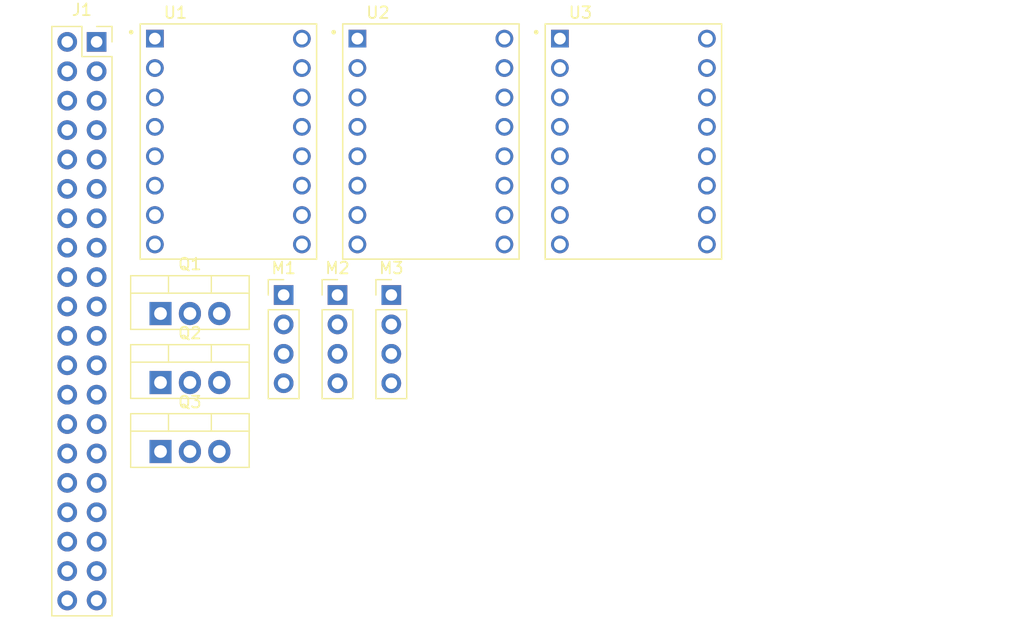
<source format=kicad_pcb>
(kicad_pcb (version 20240108) (generator "pcbnew") (generator_version "8.0")
  (layers (0 "F.Cu" signal) (31 "B.Cu" signal) (34 "B.Paste" user) (35 "F.Paste" user) (36 "B.SilkS" user "B.Silkscreen") (37 "F.SilkS" user "F.Silkscreen") (38 "B.Mask" user) (39 "F.Mask" user) (44 "Edge.Cuts" user))
  (net 0 "")
  (net 1 "ID SD")
  (net 2 "+3.3V")
  (net 3 "GPIO7 SPI CE1")
  (net 4 "GPIO26")
  (net 5 "+5V")
  (net 6 "GND")
  (net 7 "GPIO24")
  (net 8 "GPIO14 UART0 TXD")
  (net 9 "GPIO27")
  (net 10 "GPIO16")
  (net 11 "GPIO6")
  (net 12 "GPIO23")
  (net 13 "GPIO22")
  (net 14 "GPIO20")
  (net 15 "GPIO3 SCL")
  (net 16 "GPIO15 UARTO RXD")
  (net 17 "GPIO17")
  (net 18 "GPIO13")
  (net 19 "GPIO19")
  (net 20 "GPIO18")
  (net 21 "GPIO10 SPI MOSI")
  (net 22 "GPIO12")
  (net 23 "GPIO5")
  (net 24 "ID SC")
  (net 25 "GPIO11 SPI SCLK")
  (net 26 "GPIO2 SDA")
  (net 27 "GPIO8 SPI CE0")
  (net 28 "GPIO4")
  (net 29 "GPIO25")
  (net 30 "GPIO9 SPI MISO")
  (net 31 "GPIO21")
  (net 32 "Net-(M1--)")
  (net 33 "Net-(U1-2B)")
  (net 34 "Net-(U1-1B)")
  (net 35 "Net-(U1-1A)")
  (net 36 "Net-(M2--)")
  (net 37 "Net-(U2-1A)")
  (net 38 "Net-(U2-1B)")
  (net 39 "Net-(U2-2B)")
  (net 40 "Net-(U3-1B)")
  (net 41 "Net-(U3-2B)")
  (net 42 "Net-(M3--)")
  (net 43 "Net-(U3-1A)")
  (net 45 "Net-(Q1-G)")
  (net 46 "Net-(J11-Pin_2)")
  (net 48 "Net-(J12-Pin_2)")
  (net 52 "Net-(J13-Pin_2)")
  (net 55 "+12V")
  (net 64 "Net-(U2-MS1)")
  (footprint "Connector_PinHeader_2.54mm:PinHeader_1x04_P2.54mm_Vertical" (layer "F.Cu") (at 89.085 104.87)
    (property "Reference" "M2" (at 0 -2.33 0) (layer "F.SilkS"))
    (property "Value" "Instant_coffee")
    (fp_line (start -1.33 -1.33) (end 0 -1.33) (stroke (width 0.12)) (layer "F.SilkS"))
    (fp_line (start -1.33 0) (end -1.33 -1.33) (stroke (width 0.12)) (layer "F.SilkS"))
    (fp_line (start -1.33 1.27) (end -1.33 8.95) (stroke (width 0.12)) (layer "F.SilkS"))
    (fp_line (start -1.33 1.27) (end 1.33 1.27) (stroke (width 0.12)) (layer "F.SilkS"))
    (fp_line (start -1.33 8.95) (end 1.33 8.95) (stroke (width 0.12)) (layer "F.SilkS"))
    (fp_line (start 1.33 1.27) (end 1.33 8.95) (stroke (width 0.12)) (layer "F.SilkS"))
    (pad "1" thru_hole rect (at 0 0) (size 1.7 1.7) (drill 1) (layers "*.Cu" "*.Mask") (net 37 "Net-(U2-1A)"))
    (pad "2" thru_hole oval (at 0 2.54) (size 1.7 1.7) (drill 1) (layers "*.Cu" "*.Mask") (net 36 "Net-(M2--)"))
    (pad "3" thru_hole oval (at 0 5.08) (size 1.7 1.7) (drill 1) (layers "*.Cu" "*.Mask") (net 38 "Net-(U2-1B)"))
    (pad "4" thru_hole oval (at 0 7.62) (size 1.7 1.7) (drill 1) (layers "*.Cu" "*.Mask") (net 39 "Net-(U2-2B)"))
  )
  (footprint "A4988_STEPPER_MOTOR_DRIVER_CARRIER:MODULE_A4988_STEPPER_MOTOR_DRIVER_CARRIER" (layer "F.Cu") (at 114.65 91.61)
    (property "Reference" "U3" (at -4.575 -11.135 0) (layer "F.SilkS"))
    (property "Value" "A4988_STEPPER_MOTOR_DRIVER_CARRIER")
    (fp_line (start -7.62 -10.16) (end 7.62 -10.16) (stroke (width 0.127)) (layer "F.SilkS"))
    (fp_line (start -7.62 10.16) (end -7.62 -10.16) (stroke (width 0.127)) (layer "F.SilkS"))
    (fp_line (start 7.62 -10.16) (end 7.62 10.16) (stroke (width 0.127)) (layer "F.SilkS"))
    (fp_line (start 7.62 10.16) (end -7.62 10.16) (stroke (width 0.127)) (layer "F.SilkS"))
    (fp_circle (center -8.4 -9.45) (end -8.3 -9.45) (stroke (width 0.2)) (fill none) (layer "F.SilkS"))
    (pad "1" thru_hole rect (at -6.35 -8.89) (size 1.53 1.53) (drill 1.02) (layers "*.Cu" "*.Mask"))
    (pad "2" thru_hole circle (at -6.35 -6.35) (size 1.53 1.53) (drill 1.02) (layers "*.Cu" "*.Mask"))
    (pad "3" thru_hole circle (at -6.35 -3.81) (size 1.53 1.53) (drill 1.02) (layers "*.Cu" "*.Mask"))
    (pad "4" thru_hole circle (at -6.35 -1.27) (size 1.53 1.53) (drill 1.02) (layers "*.Cu" "*.Mask"))
    (pad "5" thru_hole circle (at -6.35 1.27) (size 1.53 1.53) (drill 1.02) (layers "*.Cu" "*.Mask"))
    (pad "6" thru_hole circle (at -6.35 3.81) (size 1.53 1.53) (drill 1.02) (layers "*.Cu" "*.Mask"))
    (pad "7" thru_hole circle (at -6.35 6.35) (size 1.53 1.53) (drill 1.02) (layers "*.Cu" "*.Mask"))
    (pad "8" thru_hole circle (at -6.35 8.89) (size 1.53 1.53) (drill 1.02) (layers "*.Cu" "*.Mask"))
    (pad "9" thru_hole circle (at 6.35 8.89) (size 1.53 1.53) (drill 1.02) (layers "*.Cu" "*.Mask") (net 6 "GND"))
    (pad "10" thru_hole circle (at 6.35 6.35) (size 1.53 1.53) (drill 1.02) (layers "*.Cu" "*.Mask") (net 55 "+12V"))
    (pad "11" thru_hole circle (at 6.35 3.81) (size 1.53 1.53) (drill 1.02) (layers "*.Cu" "*.Mask") (net 40 "Net-(U3-1B)"))
    (pad "12" thru_hole circle (at 6.35 1.27) (size 1.53 1.53) (drill 1.02) (layers "*.Cu" "*.Mask") (net 43 "Net-(U3-1A)"))
    (pad "13" thru_hole circle (at 6.35 -1.27) (size 1.53 1.53) (drill 1.02) (layers "*.Cu" "*.Mask") (net 42 "Net-(M3--)"))
    (pad "14" thru_hole circle (at 6.35 -3.81) (size 1.53 1.53) (drill 1.02) (layers "*.Cu" "*.Mask") (net 41 "Net-(U3-2B)"))
    (pad "15" thru_hole circle (at 6.35 -6.35) (size 1.53 1.53) (drill 1.02) (layers "*.Cu" "*.Mask") (net 6 "GND"))
    (pad "16" thru_hole circle (at 6.35 -8.89) (size 1.53 1.53) (drill 1.02) (layers "*.Cu" "*.Mask") (net 6 "GND"))
  )
  (footprint "Package_TO_SOT_THT:TO-220-3_Vertical" (layer "F.Cu") (at 73.795 118.39)
    (property "Reference" "Q3" (at 2.54 -4.27 0) (layer "F.SilkS"))
    (property "Value" "IRLZ44N")
    (fp_line (start -2.58 -3.27) (end -2.58 1.371) (stroke (width 0.12)) (layer "F.SilkS"))
    (fp_line (start -2.58 -3.27) (end 7.66 -3.27) (stroke (width 0.12)) (layer "F.SilkS"))
    (fp_line (start -2.58 -1.76) (end 7.66 -1.76) (stroke (width 0.12)) (layer "F.SilkS"))
    (fp_line (start -2.58 1.371) (end 7.66 1.371) (stroke (width 0.12)) (layer "F.SilkS"))
    (fp_line (start 0.69 -3.27) (end 0.69 -1.76) (stroke (width 0.12)) (layer "F.SilkS"))
    (fp_line (start 4.391 -3.27) (end 4.391 -1.76) (stroke (width 0.12)) (layer "F.SilkS"))
    (fp_line (start 7.66 -3.27) (end 7.66 1.371) (stroke (width 0.12)) (layer "F.SilkS"))
    (pad "1" thru_hole rect (at 0 0) (size 1.905 2) (drill 1.1) (layers "*.Cu" "*.Mask"))
    (pad "2" thru_hole oval (at 2.54 0) (size 1.905 2) (drill 1.1) (layers "*.Cu" "*.Mask"))
    (pad "3" thru_hole oval (at 5.08 0) (size 1.905 2) (drill 1.1) (layers "*.Cu" "*.Mask") (net 52 "Net-(J13-Pin_2)"))
  )
  (footprint "Connector_PinHeader_2.54mm:PinHeader_1x04_P2.54mm_Vertical" (layer "F.Cu") (at 93.735 104.87)
    (property "Reference" "M3" (at 0 -2.33 0) (layer "F.SilkS"))
    (property "Value" "Sugar")
    (fp_line (start -1.33 -1.33) (end 0 -1.33) (stroke (width 0.12)) (layer "F.SilkS"))
    (fp_line (start -1.33 0) (end -1.33 -1.33) (stroke (width 0.12)) (layer "F.SilkS"))
    (fp_line (start -1.33 1.27) (end -1.33 8.95) (stroke (width 0.12)) (layer "F.SilkS"))
    (fp_line (start -1.33 1.27) (end 1.33 1.27) (stroke (width 0.12)) (layer "F.SilkS"))
    (fp_line (start -1.33 8.95) (end 1.33 8.95) (stroke (width 0.12)) (layer "F.SilkS"))
    (fp_line (start 1.33 1.27) (end 1.33 8.95) (stroke (width 0.12)) (layer "F.SilkS"))
    (pad "1" thru_hole rect (at 0 0) (size 1.7 1.7) (drill 1) (layers "*.Cu" "*.Mask") (net 43 "Net-(U3-1A)"))
    (pad "2" thru_hole oval (at 0 2.54) (size 1.7 1.7) (drill 1) (layers "*.Cu" "*.Mask") (net 42 "Net-(M3--)"))
    (pad "3" thru_hole oval (at 0 5.08) (size 1.7 1.7) (drill 1) (layers "*.Cu" "*.Mask") (net 40 "Net-(U3-1B)"))
    (pad "4" thru_hole oval (at 0 7.62) (size 1.7 1.7) (drill 1) (layers "*.Cu" "*.Mask") (net 41 "Net-(U3-2B)"))
  )
  (footprint "Connector_PinSocket_2.54mm:PinSocket_2x20_P2.54mm_Vertical" (layer "F.Cu") (at 68.275 83)
    (property "Reference" "J1" (at -1.27 -2.77 0) (layer "F.SilkS"))
    (property "Value" "Raspberry Pi GPIO")
    (fp_line (start -3.87 -1.33) (end -3.87 49.59) (stroke (width 0.12)) (layer "F.SilkS"))
    (fp_line (start -3.87 -1.33) (end -1.27 -1.33) (stroke (width 0.12)) (layer "F.SilkS"))
    (fp_line (start -3.87 49.59) (end 1.33 49.59) (stroke (width 0.12)) (layer "F.SilkS"))
    (fp_line (start -1.27 -1.33) (end -1.27 1.27) (stroke (width 0.12)) (layer "F.SilkS"))
    (fp_line (start -1.27 1.27) (end 1.33 1.27) (stroke (width 0.12)) (layer "F.SilkS"))
    (fp_line (start 0 -1.33) (end 1.33 -1.33) (stroke (width 0.12)) (layer "F.SilkS"))
    (fp_line (start 1.33 -1.33) (end 1.33 0) (stroke (width 0.12)) (layer "F.SilkS"))
    (fp_line (start 1.33 1.27) (end 1.33 49.59) (stroke (width 0.12)) (layer "F.SilkS"))
    (pad "1" thru_hole rect (at 0 0) (size 1.7 1.7) (drill 1) (layers "*.Cu" "*.Mask") (net 2 "+3.3V"))
    (pad "2" thru_hole oval (at -2.54 0) (size 1.7 1.7) (drill 1) (layers "*.Cu" "*.Mask") (net 5 "+5V"))
    (pad "3" thru_hole oval (at 0 2.54) (size 1.7 1.7) (drill 1) (layers "*.Cu" "*.Mask") (net 26 "GPIO2 SDA"))
    (pad "4" thru_hole oval (at -2.54 2.54) (size 1.7 1.7) (drill 1) (layers "*.Cu" "*.Mask") (net 5 "+5V"))
    (pad "5" thru_hole oval (at 0 5.08) (size 1.7 1.7) (drill 1) (layers "*.Cu" "*.Mask") (net 15 "GPIO3 SCL"))
    (pad "6" thru_hole oval (at -2.54 5.08) (size 1.7 1.7) (drill 1) (layers "*.Cu" "*.Mask") (net 6 "GND"))
    (pad "7" thru_hole oval (at 0 7.62) (size 1.7 1.7) (drill 1) (layers "*.Cu" "*.Mask") (net 28 "GPIO4"))
    (pad "8" thru_hole oval (at -2.54 7.62) (size 1.7 1.7) (drill 1) (layers "*.Cu" "*.Mask") (net 8 "GPIO14 UART0 TXD"))
    (pad "9" thru_hole oval (at 0 10.16) (size 1.7 1.7) (drill 1) (layers "*.Cu" "*.Mask") (net 6 "GND"))
    (pad "10" thru_hole oval (at -2.54 10.16) (size 1.7 1.7) (drill 1) (layers "*.Cu" "*.Mask") (net 16 "GPIO15 UARTO RXD"))
    (pad "11" thru_hole oval (at 0 12.7) (size 1.7 1.7) (drill 1) (layers "*.Cu" "*.Mask") (net 17 "GPIO17"))
    (pad "12" thru_hole oval (at -2.54 12.7) (size 1.7 1.7) (drill 1) (layers "*.Cu" "*.Mask") (net 20 "GPIO18"))
    (pad "13" thru_hole oval (at 0 15.24) (size 1.7 1.7) (drill 1) (layers "*.Cu" "*.Mask") (net 9 "GPIO27"))
    (pad "14" thru_hole oval (at -2.54 15.24) (size 1.7 1.7) (drill 1) (layers "*.Cu" "*.Mask") (net 6 "GND"))
    (pad "15" thru_hole oval (at 0 17.78) (size 1.7 1.7) (drill 1) (layers "*.Cu" "*.Mask") (net 13 "GPIO22"))
    (pad "16" thru_hole oval (at -2.54 17.78) (size 1.7 1.7) (drill 1) (layers "*.Cu" "*.Mask") (net 12 "GPIO23"))
    (pad "17" thru_hole oval (at 0 20.32) (size 1.7 1.7) (drill 1) (layers "*.Cu" "*.Mask") (net 2 "+3.3V"))
    (pad "18" thru_hole oval (at -2.54 20.32) (size 1.7 1.7) (drill 1) (layers "*.Cu" "*.Mask") (net 7 "GPIO24"))
    (pad "19" thru_hole oval (at 0 22.86) (size 1.7 1.7) (drill 1) (layers "*.Cu" "*.Mask") (net 21 "GPIO10 SPI MOSI"))
    (pad "20" thru_hole oval (at -2.54 22.86) (size 1.7 1.7) (drill 1) (layers "*.Cu" "*.Mask") (net 6 "GND"))
    (pad "21" thru_hole oval (at 0 25.4) (size 1.7 1.7) (drill 1) (layers "*.Cu" "*.Mask") (net 30 "GPIO9 SPI MISO"))
    (pad "22" thru_hole oval (at -2.54 25.4) (size 1.7 1.7) (drill 1) (layers "*.Cu" "*.Mask") (net 29 "GPIO25"))
    (pad "23" thru_hole oval (at 0 27.94) (size 1.7 1.7) (drill 1) (layers "*.Cu" "*.Mask") (net 25 "GPIO11 SPI SCLK"))
    (pad "24" thru_hole oval (at -2.54 27.94) (size 1.7 1.7) (drill 1) (layers "*.Cu" "*.Mask") (net 27 "GPIO8 SPI CE0"))
    (pad "25" thru_hole oval (at 0 30.48) (size 1.7 1.7) (drill 1) (layers "*.Cu" "*.Mask") (net 6 "GND"))
    (pad "26" thru_hole oval (at -2.54 30.48) (size 1.7 1.7) (drill 1) (layers "*.Cu" "*.Mask") (net 3 "GPIO7 SPI CE1"))
    (pad "27" thru_hole oval (at 0 33.02) (size 1.7 1.7) (drill 1) (layers "*.Cu" "*.Mask") (net 1 "ID SD"))
    (pad "28" thru_hole oval (at -2.54 33.02) (size 1.7 1.7) (drill 1) (layers "*.Cu" "*.Mask") (net 24 "ID SC"))
    (pad "29" thru_hole oval (at 0 35.56) (size 1.7 1.7) (drill 1) (layers "*.Cu" "*.Mask") (net 23 "GPIO5"))
    (pad "30" thru_hole oval (at -2.54 35.56) (size 1.7 1.7) (drill 1) (layers "*.Cu" "*.Mask") (net 6 "GND"))
    (pad "31" thru_hole oval (at 0 38.1) (size 1.7 1.7) (drill 1) (layers "*.Cu" "*.Mask") (net 11 "GPIO6"))
    (pad "32" thru_hole oval (at -2.54 38.1) (size 1.7 1.7) (drill 1) (layers "*.Cu" "*.Mask") (net 22 "GPIO12"))
    (pad "33" thru_hole oval (at 0 40.64) (size 1.7 1.7) (drill 1) (layers "*.Cu" "*.Mask") (net 18 "GPIO13"))
    (pad "34" thru_hole oval (at -2.54 40.64) (size 1.7 1.7) (drill 1) (layers "*.Cu" "*.Mask") (net 6 "GND"))
    (pad "35" thru_hole oval (at 0 43.18) (size 1.7 1.7) (drill 1) (layers "*.Cu" "*.Mask") (net 19 "GPIO19"))
    (pad "36" thru_hole oval (at -2.54 43.18) (size 1.7 1.7) (drill 1) (layers "*.Cu" "*.Mask") (net 10 "GPIO16"))
    (pad "37" thru_hole oval (at 0 45.72) (size 1.7 1.7) (drill 1) (layers "*.Cu" "*.Mask") (net 4 "GPIO26"))
    (pad "38" thru_hole oval (at -2.54 45.72) (size 1.7 1.7) (drill 1) (layers "*.Cu" "*.Mask") (net 14 "GPIO20"))
    (pad "39" thru_hole oval (at 0 48.26) (size 1.7 1.7) (drill 1) (layers "*.Cu" "*.Mask") (net 6 "GND"))
    (pad "40" thru_hole oval (at -2.54 48.26) (size 1.7 1.7) (drill 1) (layers "*.Cu" "*.Mask") (net 31 "GPIO21"))
  )
  (footprint "Package_TO_SOT_THT:TO-220-3_Vertical" (layer "F.Cu") (at 73.795 112.43)
    (property "Reference" "Q2" (at 2.54 -4.27 0) (layer "F.SilkS"))
    (property "Value" "IRLZ44N")
    (fp_line (start -2.58 -3.27) (end -2.58 1.371) (stroke (width 0.12)) (layer "F.SilkS"))
    (fp_line (start -2.58 -3.27) (end 7.66 -3.27) (stroke (width 0.12)) (layer "F.SilkS"))
    (fp_line (start -2.58 -1.76) (end 7.66 -1.76) (stroke (width 0.12)) (layer "F.SilkS"))
    (fp_line (start -2.58 1.371) (end 7.66 1.371) (stroke (width 0.12)) (layer "F.SilkS"))
    (fp_line (start 0.69 -3.27) (end 0.69 -1.76) (stroke (width 0.12)) (layer "F.SilkS"))
    (fp_line (start 4.391 -3.27) (end 4.391 -1.76) (stroke (width 0.12)) (layer "F.SilkS"))
    (fp_line (start 7.66 -3.27) (end 7.66 1.371) (stroke (width 0.12)) (layer "F.SilkS"))
    (pad "1" thru_hole rect (at 0 0) (size 1.905 2) (drill 1.1) (layers "*.Cu" "*.Mask"))
    (pad "2" thru_hole oval (at 2.54 0) (size 1.905 2) (drill 1.1) (layers "*.Cu" "*.Mask"))
    (pad "3" thru_hole oval (at 5.08 0) (size 1.905 2) (drill 1.1) (layers "*.Cu" "*.Mask") (net 48 "Net-(J12-Pin_2)"))
  )
  (footprint "A4988_STEPPER_MOTOR_DRIVER_CARRIER:MODULE_A4988_STEPPER_MOTOR_DRIVER_CARRIER" (layer "F.Cu") (at 97.155 91.61)
    (property "Reference" "U2" (at -4.575 -11.135 0) (layer "F.SilkS"))
    (property "Value" "A4988_STEPPER_MOTOR_DRIVER_CARRIER")
    (fp_line (start -7.62 -10.16) (end 7.62 -10.16) (stroke (width 0.127)) (layer "F.SilkS"))
    (fp_line (start -7.62 10.16) (end -7.62 -10.16) (stroke (width 0.127)) (layer "F.SilkS"))
    (fp_line (start 7.62 -10.16) (end 7.62 10.16) (stroke (width 0.127)) (layer "F.SilkS"))
    (fp_line (start 7.62 10.16) (end -7.62 10.16) (stroke (width 0.127)) (layer "F.SilkS"))
    (fp_circle (center -8.4 -9.45) (end -8.3 -9.45) (stroke (width 0.2)) (fill none) (layer "F.SilkS"))
    (pad "1" thru_hole rect (at -6.35 -8.89) (size 1.53 1.53) (drill 1.02) (layers "*.Cu" "*.Mask"))
    (pad "2" thru_hole circle (at -6.35 -6.35) (size 1.53 1.53) (drill 1.02) (layers "*.Cu" "*.Mask") (net 64 "Net-(U2-MS1)"))
    (pad "3" thru_hole circle (at -6.35 -3.81) (size 1.53 1.53) (drill 1.02) (layers "*.Cu" "*.Mask") (net 64 "Net-(U2-MS1)"))
    (pad "4" thru_hole circle (at -6.35 -1.27) (size 1.53 1.53) (drill 1.02) (layers "*.Cu" "*.Mask") (net 64 "Net-(U2-MS1)"))
    (pad "5" thru_hole circle (at -6.35 1.27) (size 1.53 1.53) (drill 1.02) (layers "*.Cu" "*.Mask"))
    (pad "6" thru_hole circle (at -6.35 3.81) (size 1.53 1.53) (drill 1.02) (layers "*.Cu" "*.Mask"))
    (pad "7" thru_hole circle (at -6.35 6.35) (size 1.53 1.53) (drill 1.02) (layers "*.Cu" "*.Mask"))
    (pad "8" thru_hole circle (at -6.35 8.89) (size 1.53 1.53) (drill 1.02) (layers "*.Cu" "*.Mask"))
    (pad "9" thru_hole circle (at 6.35 8.89) (size 1.53 1.53) (drill 1.02) (layers "*.Cu" "*.Mask") (net 6 "GND"))
    (pad "10" thru_hole circle (at 6.35 6.35) (size 1.53 1.53) (drill 1.02) (layers "*.Cu" "*.Mask") (net 55 "+12V"))
    (pad "11" thru_hole circle (at 6.35 3.81) (size 1.53 1.53) (drill 1.02) (layers "*.Cu" "*.Mask") (net 38 "Net-(U2-1B)"))
    (pad "12" thru_hole circle (at 6.35 1.27) (size 1.53 1.53) (drill 1.02) (layers "*.Cu" "*.Mask") (net 37 "Net-(U2-1A)"))
    (pad "13" thru_hole circle (at 6.35 -1.27) (size 1.53 1.53) (drill 1.02) (layers "*.Cu" "*.Mask") (net 36 "Net-(M2--)"))
    (pad "14" thru_hole circle (at 6.35 -3.81) (size 1.53 1.53) (drill 1.02) (layers "*.Cu" "*.Mask") (net 39 "Net-(U2-2B)"))
    (pad "15" thru_hole circle (at 6.35 -6.35) (size 1.53 1.53) (drill 1.02) (layers "*.Cu" "*.Mask") (net 6 "GND"))
    (pad "16" thru_hole circle (at 6.35 -8.89) (size 1.53 1.53) (drill 1.02) (layers "*.Cu" "*.Mask") (net 6 "GND"))
  )
  (footprint "Package_TO_SOT_THT:TO-220-3_Vertical" (layer "F.Cu") (at 73.795 106.47)
    (property "Reference" "Q1" (at 2.54 -4.27 0) (layer "F.SilkS"))
    (property "Value" "IRLZ44N")
    (fp_line (start -2.58 -3.27) (end -2.58 1.371) (stroke (width 0.12)) (layer "F.SilkS"))
    (fp_line (start -2.58 -3.27) (end 7.66 -3.27) (stroke (width 0.12)) (layer "F.SilkS"))
    (fp_line (start -2.58 -1.76) (end 7.66 -1.76) (stroke (width 0.12)) (layer "F.SilkS"))
    (fp_line (start -2.58 1.371) (end 7.66 1.371) (stroke (width 0.12)) (layer "F.SilkS"))
    (fp_line (start 0.69 -3.27) (end 0.69 -1.76) (stroke (width 0.12)) (layer "F.SilkS"))
    (fp_line (start 4.391 -3.27) (end 4.391 -1.76) (stroke (width 0.12)) (layer "F.SilkS"))
    (fp_line (start 7.66 -3.27) (end 7.66 1.371) (stroke (width 0.12)) (layer "F.SilkS"))
    (pad "1" thru_hole rect (at 0 0) (size 1.905 2) (drill 1.1) (layers "*.Cu" "*.Mask") (net 45 "Net-(Q1-G)"))
    (pad "2" thru_hole oval (at 2.54 0) (size 1.905 2) (drill 1.1) (layers "*.Cu" "*.Mask"))
    (pad "3" thru_hole oval (at 5.08 0) (size 1.905 2) (drill 1.1) (layers "*.Cu" "*.Mask") (net 46 "Net-(J11-Pin_2)"))
  )
  (footprint "A4988_STEPPER_MOTOR_DRIVER_CARRIER:MODULE_A4988_STEPPER_MOTOR_DRIVER_CARRIER" (layer "F.Cu") (at 79.66 91.61)
    (property "Reference" "U1" (at -4.575 -11.135 0) (layer "F.SilkS"))
    (property "Value" "A4988_STEPPER_MOTOR_DRIVER_CARRIER")
    (fp_line (start -7.62 -10.16) (end 7.62 -10.16) (stroke (width 0.127)) (layer "F.SilkS"))
    (fp_line (start -7.62 10.16) (end -7.62 -10.16) (stroke (width 0.127)) (layer "F.SilkS"))
    (fp_line (start 7.62 -10.16) (end 7.62 10.16) (stroke (width 0.127)) (layer "F.SilkS"))
    (fp_line (start 7.62 10.16) (end -7.62 10.16) (stroke (width 0.127)) (layer "F.SilkS"))
    (fp_circle (center -8.4 -9.45) (end -8.3 -9.45) (stroke (width 0.2)) (fill none) (layer "F.SilkS"))
    (pad "1" thru_hole rect (at -6.35 -8.89) (size 1.53 1.53) (drill 1.02) (layers "*.Cu" "*.Mask"))
    (pad "2" thru_hole circle (at -6.35 -6.35) (size 1.53 1.53) (drill 1.02) (layers "*.Cu" "*.Mask"))
    (pad "3" thru_hole circle (at -6.35 -3.81) (size 1.53 1.53) (drill 1.02) (layers "*.Cu" "*.Mask"))
    (pad "4" thru_hole circle (at -6.35 -1.27) (size 1.53 1.53) (drill 1.02) (layers "*.Cu" "*.Mask"))
    (pad "5" thru_hole circle (at -6.35 1.27) (size 1.53 1.53) (drill 1.02) (layers "*.Cu" "*.Mask"))
    (pad "6" thru_hole circle (at -6.35 3.81) (size 1.53 1.53) (drill 1.02) (layers "*.Cu" "*.Mask"))
    (pad "7" thru_hole circle (at -6.35 6.35) (size 1.53 1.53) (drill 1.02) (layers "*.Cu" "*.Mask"))
    (pad "8" thru_hole circle (at -6.35 8.89) (size 1.53 1.53) (drill 1.02) (layers "*.Cu" "*.Mask"))
    (pad "9" thru_hole circle (at 6.35 8.89) (size 1.53 1.53) (drill 1.02) (layers "*.Cu" "*.Mask") (net 6 "GND"))
    (pad "10" thru_hole circle (at 6.35 6.35) (size 1.53 1.53) (drill 1.02) (layers "*.Cu" "*.Mask") (net 55 "+12V"))
    (pad "11" thru_hole circle (at 6.35 3.81) (size 1.53 1.53) (drill 1.02) (layers "*.Cu" "*.Mask") (net 34 "Net-(U1-1B)"))
    (pad "12" thru_hole circle (at 6.35 1.27) (size 1.53 1.53) (drill 1.02) (layers "*.Cu" "*.Mask") (net 35 "Net-(U1-1A)"))
    (pad "13" thru_hole circle (at 6.35 -1.27) (size 1.53 1.53) (drill 1.02) (layers "*.Cu" "*.Mask") (net 32 "Net-(M1--)"))
    (pad "14" thru_hole circle (at 6.35 -3.81) (size 1.53 1.53) (drill 1.02) (layers "*.Cu" "*.Mask") (net 33 "Net-(U1-2B)"))
    (pad "15" thru_hole circle (at 6.35 -6.35) (size 1.53 1.53) (drill 1.02) (layers "*.Cu" "*.Mask") (net 6 "GND"))
    (pad "16" thru_hole circle (at 6.35 -8.89) (size 1.53 1.53) (drill 1.02) (layers "*.Cu" "*.Mask") (net 6 "GND"))
  )
  (footprint "Connector_PinHeader_2.54mm:PinHeader_1x04_P2.54mm_Vertical" (layer "F.Cu") (at 84.435 104.87)
    (property "Reference" "M1" (at 0 -2.33 0) (layer "F.SilkS"))
    (property "Value" "Milk_powder")
    (fp_line (start -1.33 -1.33) (end 0 -1.33) (stroke (width 0.12)) (layer "F.SilkS"))
    (fp_line (start -1.33 0) (end -1.33 -1.33) (stroke (width 0.12)) (layer "F.SilkS"))
    (fp_line (start -1.33 1.27) (end -1.33 8.95) (stroke (width 0.12)) (layer "F.SilkS"))
    (fp_line (start -1.33 1.27) (end 1.33 1.27) (stroke (width 0.12)) (layer "F.SilkS"))
    (fp_line (start -1.33 8.95) (end 1.33 8.95) (stroke (width 0.12)) (layer "F.SilkS"))
    (fp_line (start 1.33 1.27) (end 1.33 8.95) (stroke (width 0.12)) (layer "F.SilkS"))
    (pad "1" thru_hole rect (at 0 0) (size 1.7 1.7) (drill 1) (layers "*.Cu" "*.Mask") (net 35 "Net-(U1-1A)"))
    (pad "2" thru_hole oval (at 0 2.54) (size 1.7 1.7) (drill 1) (layers "*.Cu" "*.Mask") (net 32 "Net-(M1--)"))
    (pad "3" thru_hole oval (at 0 5.08) (size 1.7 1.7) (drill 1) (layers "*.Cu" "*.Mask") (net 34 "Net-(U1-1B)"))
    (pad "4" thru_hole oval (at 0 7.62) (size 1.7 1.7) (drill 1) (layers "*.Cu" "*.Mask") (net 33 "Net-(U1-2B)"))
  )
)
</source>
